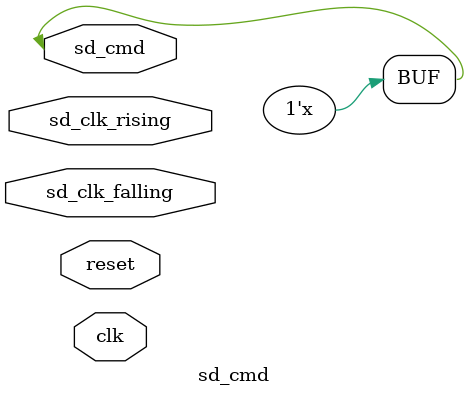
<source format=sv>
module sd_cmd (
    input clk,
    input reset,

    sd_scb.cmd sd_scb,

    input sd_clk_rising,
    input sd_clk_falling,

    inout sd_cmd
);

    assign sd_cmd = 1'bZ;

endmodule

</source>
